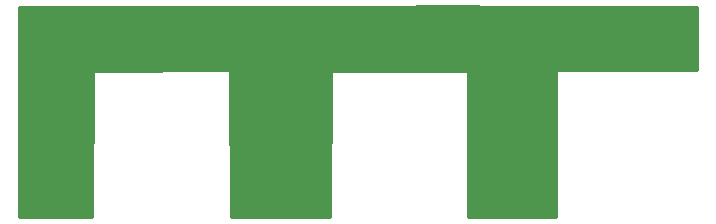
<source format=gbr>
G04 #@! TF.GenerationSoftware,KiCad,Pcbnew,(5.1.5-0-10_14)*
G04 #@! TF.CreationDate,2021-06-26T15:47:57+02:00*
G04 #@! TF.ProjectId,Cheap FOCer 2 60mm,43686561-7020-4464-9f43-657220322036,1.0*
G04 #@! TF.SameCoordinates,PX6979f40PYa1135a0*
G04 #@! TF.FileFunction,Paste,Bot*
G04 #@! TF.FilePolarity,Positive*
%FSLAX46Y46*%
G04 Gerber Fmt 4.6, Leading zero omitted, Abs format (unit mm)*
G04 Created by KiCad (PCBNEW (5.1.5-0-10_14)) date 2021-06-26 15:47:57*
%MOMM*%
%LPD*%
G04 APERTURE LIST*
%ADD10C,0.254000*%
G04 APERTURE END LIST*
D10*
G36*
X39682667Y91871344D02*
G01*
X39694403Y91849388D01*
X39710197Y91830142D01*
X39729443Y91814348D01*
X39751399Y91802612D01*
X39775224Y91795385D01*
X39800000Y91792945D01*
X58173000Y91792945D01*
X58173000Y86446945D01*
X46350000Y86446945D01*
X46325224Y86444505D01*
X46301399Y86437278D01*
X46279443Y86425542D01*
X46260197Y86409748D01*
X46244403Y86390502D01*
X46232667Y86368546D01*
X46225440Y86344721D01*
X46223001Y86320457D01*
X46173510Y74034323D01*
X38727000Y74027123D01*
X38727000Y86300000D01*
X38724560Y86324776D01*
X38717333Y86348601D01*
X38705597Y86370557D01*
X38689803Y86389803D01*
X38670557Y86405597D01*
X38648601Y86417333D01*
X38624776Y86424560D01*
X38600000Y86427000D01*
X27300000Y86427000D01*
X27275224Y86424560D01*
X27251399Y86417333D01*
X27229443Y86405597D01*
X27210197Y86389803D01*
X27194403Y86370557D01*
X27182667Y86348601D01*
X27175440Y86324776D01*
X27173004Y86301026D01*
X27074021Y74049979D01*
X18645366Y74043911D01*
X18608249Y86326579D01*
X18605734Y86351348D01*
X18598435Y86375150D01*
X18586633Y86397071D01*
X18570781Y86416269D01*
X18551488Y86432004D01*
X18529496Y86443674D01*
X18505650Y86450829D01*
X18481110Y86453195D01*
X7137360Y86440695D01*
X7112586Y86438227D01*
X7088770Y86430974D01*
X7066826Y86419214D01*
X7047599Y86403399D01*
X7031826Y86384136D01*
X7020114Y86362166D01*
X7012913Y86338334D01*
X7010505Y86314784D01*
X6905334Y74046945D01*
X695971Y74046945D01*
X726780Y91792945D01*
X34200000Y91792945D01*
X34224776Y91795385D01*
X34248601Y91802612D01*
X34270557Y91814348D01*
X34289803Y91830142D01*
X34305597Y91849388D01*
X34317333Y91871344D01*
X34317835Y91873000D01*
X39682165Y91873000D01*
X39682667Y91871344D01*
G37*
X39682667Y91871344D02*
X39694403Y91849388D01*
X39710197Y91830142D01*
X39729443Y91814348D01*
X39751399Y91802612D01*
X39775224Y91795385D01*
X39800000Y91792945D01*
X58173000Y91792945D01*
X58173000Y86446945D01*
X46350000Y86446945D01*
X46325224Y86444505D01*
X46301399Y86437278D01*
X46279443Y86425542D01*
X46260197Y86409748D01*
X46244403Y86390502D01*
X46232667Y86368546D01*
X46225440Y86344721D01*
X46223001Y86320457D01*
X46173510Y74034323D01*
X38727000Y74027123D01*
X38727000Y86300000D01*
X38724560Y86324776D01*
X38717333Y86348601D01*
X38705597Y86370557D01*
X38689803Y86389803D01*
X38670557Y86405597D01*
X38648601Y86417333D01*
X38624776Y86424560D01*
X38600000Y86427000D01*
X27300000Y86427000D01*
X27275224Y86424560D01*
X27251399Y86417333D01*
X27229443Y86405597D01*
X27210197Y86389803D01*
X27194403Y86370557D01*
X27182667Y86348601D01*
X27175440Y86324776D01*
X27173004Y86301026D01*
X27074021Y74049979D01*
X18645366Y74043911D01*
X18608249Y86326579D01*
X18605734Y86351348D01*
X18598435Y86375150D01*
X18586633Y86397071D01*
X18570781Y86416269D01*
X18551488Y86432004D01*
X18529496Y86443674D01*
X18505650Y86450829D01*
X18481110Y86453195D01*
X7137360Y86440695D01*
X7112586Y86438227D01*
X7088770Y86430974D01*
X7066826Y86419214D01*
X7047599Y86403399D01*
X7031826Y86384136D01*
X7020114Y86362166D01*
X7012913Y86338334D01*
X7010505Y86314784D01*
X6905334Y74046945D01*
X695971Y74046945D01*
X726780Y91792945D01*
X34200000Y91792945D01*
X34224776Y91795385D01*
X34248601Y91802612D01*
X34270557Y91814348D01*
X34289803Y91830142D01*
X34305597Y91849388D01*
X34317333Y91871344D01*
X34317835Y91873000D01*
X39682165Y91873000D01*
X39682667Y91871344D01*
M02*

</source>
